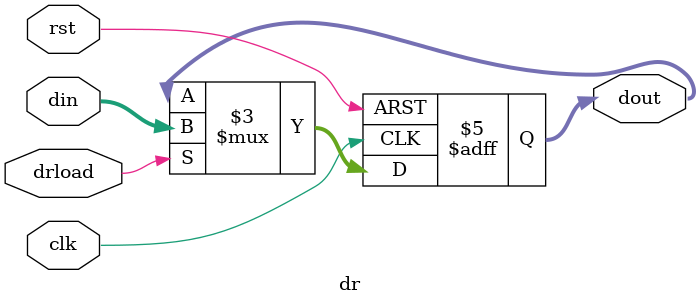
<source format=v>
/*数据寄存器，存放双指令中低8位指向地址的存放值*/
module dr(din, clk,rst, drload, dout);
input [7:0] din;
input clk, rst, drload;
output [7:0] dout;
reg [7:0] dout;

always @ (posedge clk or negedge rst) 
begin
	if(!rst)
	    dout <= 0;
	else if(drload)
	    dout <= din;
end
endmodule
</source>
